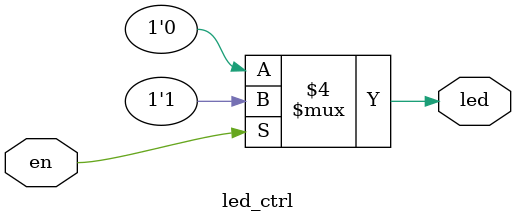
<source format=v>
module led_ctrl(
    input en,        // 使能信号（1=亮，0=灭）
    output reg led   // LED输出（1=高电平亮，0=低电平灭）
);

// 组合逻辑：en变了，led立刻跟着变
always @(*) begin
    if(en == 1'b1) begin
        led = 1'b1;  // 使能→LED亮
    end else begin
        led = 1'b0;  // 不使能→LED灭
    end
end

endmodule
</source>
